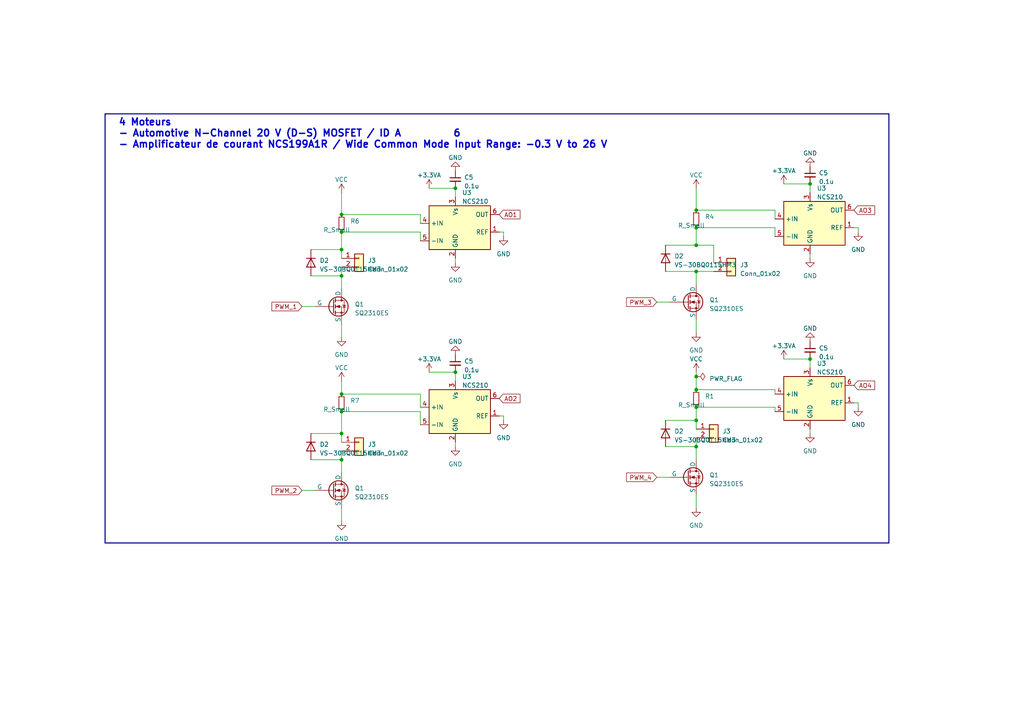
<source format=kicad_sch>
(kicad_sch (version 20230121) (generator eeschema)
  (paper "A4")
  (title_block (title "Les 4 Moteurs"))
  (lib_symbols
    (symbol "Amplifier_Current:NCS210"
      (property "Reference" "U" (at -7.62 8.89 0))
      (property "Value" "NCS210" (at 2.54 8.89 0))
      (symbol "NCS210_0_1"
        (rectangle (start -7.62 7.62) (end 10.16 -5.08) (stroke (width 0.254)) (fill (type background)))
      )
      (symbol "NCS210_1_1"
        (pin input line (at 12.7 0 180) (length 2.54) (name "REF") (number "1"))
        (pin power_in line (at 0 -7.62 90) (length 2.54) (name "GND") (number "2"))
        (pin power_in line (at 0 10.16 270) (length 2.54) (name "Vs") (number "3"))
        (pin input line (at -10.16 2.54 0) (length 2.54) (name "+IN") (number "4"))
        (pin input line (at -10.16 -2.54 0) (length 2.54) (name "-IN") (number "5"))
        (pin output line (at 12.7 5.08 180) (length 2.54) (name "OUT") (number "6"))
      )
    )
    (symbol "Connector_Generic:Conn_01x02" (pin_names (offset 1.016) hide)
      (property "Reference" "J" (at 0 2.54 0))
      (property "Value" "Conn_01x02" (at 0 -5.08 0))
      (symbol "Conn_01x02_1_1"
        (rectangle (start -1.27 -2.413) (end 0 -2.667) (stroke (width 0.1524)))
        (rectangle (start -1.27 0.127) (end 0 -0.127) (stroke (width 0.1524)))
        (rectangle (start -1.27 1.27) (end 1.27 -3.81) (stroke (width 0.254)) (fill (type background)))
        (pin passive line (at -5.08 0 0) (length 3.81) (name "Pin_1") (number "1"))
        (pin passive line (at -5.08 -2.54 0) (length 3.81) (name "Pin_2") (number "2"))
      )
    )
    (symbol "Device:C_Small" (pin_numbers hide) (pin_names (offset 0.254) hide)
      (property "Reference" "C" (at 0.254 1.778 0))
      (property "Value" "C_Small" (at 0.254 -2.032 0))
      (symbol "C_Small_0_1"
        (polyline (pts (xy -1.524 -0.508) (xy 1.524 -0.508)) (stroke (width 0.3302)))
        (polyline (pts (xy -1.524 0.508) (xy 1.524 0.508)) (stroke (width 0.3048)))
      )
      (symbol "C_Small_1_1"
        (pin passive line (at 0 2.54 270) (length 2.032) (name "~") (number "1"))
        (pin passive line (at 0 -2.54 90) (length 2.032) (name "~") (number "2"))
      )
    )
    (symbol "Device:R_Small" (pin_numbers hide) (pin_names (offset 0.254) hide)
      (property "Reference" "R" (at 0.762 0.508 0))
      (property "Value" "R_Small" (at 0.762 -1.016 0))
      (symbol "R_Small_0_1"
        (rectangle (start -0.762 1.778) (end 0.762 -1.778) (stroke (width 0.2032)))
      )
      (symbol "R_Small_1_1"
        (pin passive line (at 0 2.54 270) (length 0.762) (name "~") (number "1"))
        (pin passive line (at 0 -2.54 90) (length 0.762) (name "~") (number "2"))
      )
    )
    (symbol "Diode:1N5400" (pin_numbers hide) (pin_names hide)
      (property "Reference" "D" (at 0 2.54 0))
      (property "Value" "1N5400" (at 0 -2.54 0))
      (symbol "1N5400_0_1"
        (polyline (pts (xy -1.27 1.27) (xy -1.27 -1.27)) (stroke (width 0.254)))
        (polyline (pts (xy 1.27 0) (xy -1.27 0)))
        (polyline (pts (xy 1.27 1.27) (xy 1.27 -1.27) (xy -1.27 0) (xy 1.27 1.27)) (stroke (width 0.254)))
      )
      (symbol "1N5400_1_1"
        (pin passive line (at -3.81 0 0) (length 2.54) (name "K") (number "1"))
        (pin passive line (at 3.81 0 180) (length 2.54) (name "A") (number "2"))
      )
    )
    (symbol "Simulation_SPICE:NMOS" (pin_numbers hide) (pin_names (offset 0))
      (property "Reference" "Q" (at 5.08 1.27 0))
      (property "Value" "NMOS" (at 5.08 -1.27 0))
      (symbol "NMOS_0_1"
        (polyline (pts (xy 0.254 0) (xy -2.54 0)))
        (polyline (pts (xy 0.254 1.905) (xy 0.254 -1.905)) (stroke (width 0.254)))
        (polyline (pts (xy 0.762 -1.27) (xy 0.762 -2.286)) (stroke (width 0.254)))
        (polyline (pts (xy 0.762 0.508) (xy 0.762 -0.508)) (stroke (width 0.254)))
        (polyline (pts (xy 0.762 2.286) (xy 0.762 1.27)) (stroke (width 0.254)))
        (polyline (pts (xy 2.54 2.54) (xy 2.54 1.778)))
        (polyline (pts (xy 2.54 -2.54) (xy 2.54 0) (xy 0.762 0)))
        (polyline (pts (xy 0.762 -1.778) (xy 3.302 -1.778) (xy 3.302 1.778) (xy 0.762 1.778)))
        (polyline (pts (xy 1.016 0) (xy 2.032 0.381) (xy 2.032 -0.381) (xy 1.016 0)) (fill (type outline)))
        (polyline (pts (xy 2.794 0.508) (xy 2.921 0.381) (xy 3.683 0.381) (xy 3.81 0.254)))
        (polyline (pts (xy 3.302 0.381) (xy 2.921 -0.254) (xy 3.683 -0.254) (xy 3.302 0.381)))
        (circle (center 1.651 0) (radius 2.794) (stroke (width 0.254)))
        (circle (center 2.54 -1.778) (radius 0.254) (fill (type outline)))
        (circle (center 2.54 1.778) (radius 0.254) (fill (type outline)))
      )
      (symbol "NMOS_1_1"
        (pin passive line (at 2.54 5.08 270) (length 2.54) (name "D") (number "1"))
        (pin input line (at -5.08 0 0) (length 2.54) (name "G") (number "2"))
        (pin passive line (at 2.54 -5.08 90) (length 2.54) (name "S") (number "3"))
      )
    )
    (symbol "power:+3.3VA" (power) (pin_names (offset 0))
      (property "Value" "+3.3VA" (at 0 3.556 0))
      (symbol "+3.3VA_0_1"
        (polyline (pts (xy -0.762 1.27) (xy 0 2.54)))
        (polyline (pts (xy 0 0) (xy 0 2.54)))
        (polyline (pts (xy 0 2.54) (xy 0.762 1.27)))
      )
      (symbol "+3.3VA_1_1"
        (pin power_in line (at 0 0 90) (length 0) hide (name "+3.3VA") (number "1"))
      )
    )
    (symbol "power:GND" (power) (pin_names (offset 0))
      (property "Value" "GND" (at 0 -3.81 0))
      (symbol "GND_0_1"
        (polyline (pts (xy 0 0) (xy 0 -1.27) (xy 1.27 -1.27) (xy 0 -2.54) (xy -1.27 -1.27) (xy 0 -1.27)))
      )
      (symbol "GND_1_1"
        (pin power_in line (at 0 0 270) (length 0) hide (name "GND") (number "1"))
      )
    )
    (symbol "power:PWR_FLAG" (power) (pin_numbers hide) (pin_names (offset 0) hide)
      (property "Value" "PWR_FLAG" (at 0 3.81 0))
      (symbol "PWR_FLAG_0_0"
        (pin power_out line (at 0 0 90) (length 0) (name "pwr") (number "1"))
      )
      (symbol "PWR_FLAG_0_1"
        (polyline (pts (xy 0 0) (xy 0 1.27) (xy -1.016 1.905) (xy 0 2.54) (xy 1.016 1.905) (xy 0 1.27)))
      )
    )
    (symbol "power:VCC" (power) (pin_names (offset 0))
      (property "Value" "VCC" (at 0 3.81 0))
      (symbol "VCC_0_1"
        (polyline (pts (xy -0.762 1.27) (xy 0 2.54)))
        (polyline (pts (xy 0 0) (xy 0 2.54)))
        (polyline (pts (xy 0 2.54) (xy 0.762 1.27)))
      )
      (symbol "VCC_1_1"
        (pin power_in line (at 0 0 90) (length 0) hide (name "VCC") (number "1"))
      )
    )
  )
  (junction (at 201.93 71.12))
  (junction (at 201.93 118.11))
  (junction (at 99.06 72.39))
  (junction (at 99.06 119.38))
  (junction (at 234.95 53.34))
  (junction (at 99.06 62.23))
  (junction (at 99.06 133.35))
  (junction (at 201.93 129.54))
  (junction (at 132.08 54.61))
  (junction (at 99.06 80.01))
  (junction (at 201.93 109.22))
  (junction (at 201.93 78.74))
  (junction (at 201.93 113.03))
  (junction (at 201.93 121.92))
  (junction (at 132.08 107.95))
  (junction (at 99.06 114.3))
  (junction (at 201.93 60.96))
  (junction (at 234.95 104.14))
  (junction (at 201.93 66.04))
  (junction (at 99.06 125.73))
  (junction (at 99.06 67.31))
  (wire (pts (xy 224.79 113.03) (xy 224.79 114.3)))
  (wire (pts (xy 99.06 72.39) (xy 99.06 74.93)))
  (wire (pts (xy 90.17 72.39) (xy 99.06 72.39)))
  (wire (pts (xy 201.93 118.11) (xy 224.79 118.11)))
  (wire (pts (xy 99.06 110.49) (xy 99.06 114.3)))
  (wire (pts (xy 224.79 118.11) (xy 224.79 119.38)))
  (wire (pts (xy 190.5 87.63) (xy 194.31 87.63)))
  (wire (pts (xy 99.06 67.31) (xy 121.92 67.31)))
  (wire (pts (xy 201.93 66.04) (xy 201.93 71.12)))
  (wire (pts (xy 121.92 119.38) (xy 121.92 123.19)))
  (wire (pts (xy 247.65 66.04) (xy 248.92 66.04)))
  (wire (pts (xy 99.06 80.01) (xy 99.06 83.82)))
  (wire (pts (xy 201.93 54.61) (xy 201.93 60.96)))
  (wire (pts (xy 146.05 67.31) (xy 146.05 68.58)))
  (wire (pts (xy 99.06 55.88) (xy 99.06 62.23)))
  (wire (pts (xy 144.78 120.65) (xy 146.05 120.65)))
  (wire (pts (xy 201.93 78.74) (xy 201.93 82.55)))
  (wire (pts (xy 99.06 67.31) (xy 99.06 72.39)))
  (wire (pts (xy 99.06 119.38) (xy 121.92 119.38)))
  (wire (pts (xy 234.95 104.14) (xy 234.95 106.68)))
  (wire (pts (xy 227.33 53.34) (xy 234.95 53.34)))
  (wire (pts (xy 87.63 142.24) (xy 91.44 142.24)))
  (wire (pts (xy 201.93 66.04) (xy 224.79 66.04)))
  (wire (pts (xy 201.93 109.22) (xy 201.93 113.03)))
  (wire (pts (xy 99.06 133.35) (xy 90.17 133.35)))
  (wire (pts (xy 99.06 93.98) (xy 99.06 97.79)))
  (wire (pts (xy 201.93 143.51) (xy 201.93 147.32)))
  (wire (pts (xy 99.06 147.32) (xy 99.06 151.13)))
  (wire (pts (xy 121.92 62.23) (xy 121.92 64.77)))
  (wire (pts (xy 234.95 124.46) (xy 234.95 125.73)))
  (wire (pts (xy 201.93 113.03) (xy 224.79 113.03)))
  (wire (pts (xy 207.01 71.12) (xy 207.01 76.2)))
  (wire (pts (xy 247.65 116.84) (xy 248.92 116.84)))
  (wire (pts (xy 193.04 121.92) (xy 201.93 121.92)))
  (wire (pts (xy 201.93 107.95) (xy 201.93 109.22)))
  (wire (pts (xy 121.92 114.3) (xy 121.92 118.11)))
  (wire (pts (xy 234.95 53.34) (xy 234.95 55.88)))
  (bus (pts (xy 257.81 33.02) (xy 257.81 157.48)))
  (wire (pts (xy 207.01 71.12) (xy 201.93 71.12)))
  (wire (pts (xy 227.33 104.14) (xy 234.95 104.14)))
  (wire (pts (xy 190.5 138.43) (xy 194.31 138.43)))
  (wire (pts (xy 124.46 54.61) (xy 132.08 54.61)))
  (wire (pts (xy 146.05 120.65) (xy 146.05 121.92)))
  (wire (pts (xy 99.06 130.81) (xy 99.06 133.35)))
  (wire (pts (xy 132.08 74.93) (xy 132.08 76.2)))
  (wire (pts (xy 90.17 125.73) (xy 99.06 125.73)))
  (wire (pts (xy 99.06 125.73) (xy 99.06 128.27)))
  (wire (pts (xy 201.93 78.74) (xy 193.04 78.74)))
  (wire (pts (xy 144.78 67.31) (xy 146.05 67.31)))
  (wire (pts (xy 87.63 88.9) (xy 91.44 88.9)))
  (wire (pts (xy 99.06 77.47) (xy 99.06 80.01)))
  (wire (pts (xy 99.06 119.38) (xy 99.06 125.73)))
  (wire (pts (xy 132.08 128.27) (xy 132.08 129.54)))
  (wire (pts (xy 99.06 80.01) (xy 90.17 80.01)))
  (bus (pts (xy 257.81 157.48) (xy 30.48 157.48)))
  (wire (pts (xy 124.46 107.95) (xy 132.08 107.95)))
  (wire (pts (xy 99.06 62.23) (xy 121.92 62.23)))
  (wire (pts (xy 201.93 129.54) (xy 201.93 133.35)))
  (wire (pts (xy 121.92 67.31) (xy 121.92 69.85)))
  (wire (pts (xy 224.79 66.04) (xy 224.79 68.58)))
  (wire (pts (xy 201.93 121.92) (xy 201.93 124.46)))
  (wire (pts (xy 99.06 133.35) (xy 99.06 137.16)))
  (wire (pts (xy 207.01 78.74) (xy 201.93 78.74)))
  (wire (pts (xy 201.93 129.54) (xy 193.04 129.54)))
  (wire (pts (xy 201.93 92.71) (xy 201.93 96.52)))
  (bus (pts (xy 30.48 33.02) (xy 257.81 33.02)))
  (wire (pts (xy 132.08 107.95) (xy 132.08 110.49)))
  (wire (pts (xy 201.93 60.96) (xy 224.79 60.96)))
  (wire (pts (xy 224.79 60.96) (xy 224.79 63.5)))
  (wire (pts (xy 248.92 116.84) (xy 248.92 118.11)))
  (wire (pts (xy 132.08 54.61) (xy 132.08 57.15)))
  (bus (pts (xy 30.48 157.48) (xy 30.48 33.02)))
  (wire (pts (xy 201.93 127) (xy 201.93 129.54)))
  (wire (pts (xy 201.93 118.11) (xy 201.93 121.92)))
  (wire (pts (xy 193.04 71.12) (xy 201.93 71.12)))
  (wire (pts (xy 234.95 73.66) (xy 234.95 74.93)))
  (wire (pts (xy 248.92 66.04) (xy 248.92 67.31)))
  (wire (pts (xy 99.06 114.3) (xy 121.92 114.3)))
  (text "4 Moteurs\n- Automotive N-Channel 20 V (D-S) MOSFET / ID A	 6\n- Amplificateur de courant NCS199A1R / Wide Common Mode Input Range: −0.3 V to 26 V" (at 34.29 43.18 0) (effects (font (size 2 2) (thickness 0.4) bold) (justify left bottom)))
  (global_label "PWM_4" (shape input) (at 190.5 138.43 180) (property "Intersheetrefs" "${INTERSHEET_REFS}" (effects hide)))
  (global_label "AO2" (shape input) (at 144.78 115.57 0) (property "Intersheetrefs" "${INTERSHEET_REFS}" (effects hide)))
  (global_label "PWM_2" (shape input) (at 87.63 142.24 180) (property "Intersheetrefs" "${INTERSHEET_REFS}" (effects hide)))
  (global_label "AO1" (shape input) (at 144.78 62.23 0) (property "Intersheetrefs" "${INTERSHEET_REFS}" (effects hide)))
  (global_label "PWM_3" (shape input) (at 190.5 87.63 180) (property "Intersheetrefs" "${INTERSHEET_REFS}" (effects hide)))
  (global_label "AO4" (shape input) (at 247.65 111.76 0) (property "Intersheetrefs" "${INTERSHEET_REFS}" (effects hide)))
  (global_label "AO3" (shape input) (at 247.65 60.96 0) (property "Intersheetrefs" "${INTERSHEET_REFS}" (effects hide)))
  (global_label "PWM_1" (shape input) (at 87.63 88.9 180) (property "Intersheetrefs" "${INTERSHEET_REFS}" (effects hide)))
  (symbol (lib_id "Device:R_Small") (at 201.93 63.5 0) (unit 1)
    (property "Reference" "R4" (at 204.47 62.865 0) (effects (justify left)))
    (property "Value" "R_Small" (at 204.47 65.405 0) (effects (justify right)))
    (property "Footprint" "Resistor_SMD:R_0603_1608Metric_Pad0.98x0.95mm_HandSolder" (effects hide))
  )
  (symbol (lib_id "Device:C_Small") (at 234.95 50.8 0) (unit 1)
    (property "Reference" "C5" (at 237.49 50.1713 0) (effects (justify left)))
    (property "Value" "0.1u" (at 237.49 52.7113 0) (effects (justify left)))
    (property "Footprint" "Capacitor_SMD:C_0603_1608Metric_Pad1.08x0.95mm_HandSolder" (effects hide))
    (instances (project "PCBschematic" (path "" (reference "C5") (unit 1)) (path "" (reference "C9") (unit 1))))
  )
  (symbol (lib_id "Diode:1N5400") (at 193.04 74.93 270) (unit 1)
    (property "Reference" "D2" (at 195.58 74.295 90) (effects (justify left)))
    (property "Value" "VS-30BQ0115HM3" (at 195.58 76.835 90) (effects (justify left)))
    (property "Footprint" "mesempreintes:DiodeVS-30BQ015HM3" (effects hide))
    (property "Datasheet" "http://www.vishay.com/docs/88516/1n5400.pdf" (effects hide))
    (property "Sim.Device" "D" (effects hide))
    (property "Sim.Pins" "1=K 2=A" (effects hide))
    (instances (project "PCBschematic" (path "" (reference "D2") (unit 1)) (path "" (reference "D6") (unit 1))))
  )
  (symbol (lib_id "Diode:1N5400") (at 90.17 76.2 270) (unit 1)
    (property "Reference" "D2" (at 92.71 75.565 90) (effects (justify left)))
    (property "Value" "VS-30BQ0115HM3" (at 92.71 78.105 90) (effects (justify left)))
    (property "Footprint" "mesempreintes:DiodeVS-30BQ015HM3" (effects hide))
    (property "Datasheet" "http://www.vishay.com/docs/88516/1n5400.pdf" (effects hide))
    (property "Sim.Device" "D" (effects hide))
    (property "Sim.Pins" "1=K 2=A" (effects hide))
    (instances (project "PCBschematic" (path "" (reference "D2") (unit 1)) (path "" (reference "D1") (unit 1))))
  )
  (symbol (lib_id "Simulation_SPICE:NMOS") (at 199.39 138.43 0) (unit 1)
    (property "Reference" "Q1" (at 205.74 137.795 0) (effects (justify left)))
    (property "Value" "SQ2310ES" (at 205.74 140.335 0) (effects (justify left)))
    (property "Footprint" "Package_TO_SOT_SMD:SOT-23" (effects hide))
    (property "Datasheet" "https://ngspice.sourceforge.io/docs/ngspice-manual.pdf" (effects hide))
    (property "Sim.Device" "NMOS" (effects hide))
    (property "Sim.Type" "VDMOS" (effects hide))
    (property "Sim.Pins" "1=D 2=G 3=S" (effects hide))
    (instances (project "PCBschematic" (path "" (reference "Q1") (unit 1)) (path "" (reference "Q4") (unit 1))))
  )
  (symbol (lib_id "Amplifier_Current:NCS210") (at 234.95 116.84 0) (unit 1)
    (property "Reference" "U3" (at 236.9059 105.41 0) (effects (justify left)))
    (property "Value" "NCS210" (at 236.9059 107.95 0) (effects (justify left)))
    (property "Footprint" "footprints:SC70-6_ONS" (effects hide))
    (property "Datasheet" "https://www.onsemi.com/pub/Collateral/NCS210R-D.PDF" (effects hide))
    (instances (project "PCBschematic" (path "" (reference "U3") (unit 1)) (path "" (reference "U5") (unit 1))))
  )
  (symbol (lib_id "power:GND") (at 201.93 147.32 0) (unit 1)
    (property "Reference" "#PWR02" (effects hide))
    (property "Value" "GND" (at 201.93 152.4 0))
    (instances (project "PCBschematic" (path "" (reference "#PWR02") (unit 1)) (path "" (reference "#PWR040") (unit 1))))
  )
  (symbol (lib_id "Diode:1N5400") (at 90.17 129.54 270) (unit 1)
    (property "Reference" "D2" (at 92.71 128.905 90) (effects (justify left)))
    (property "Value" "VS-30BQ0115HM3" (at 92.71 131.445 90) (effects (justify left)))
    (property "Footprint" "mesempreintes:DiodeVS-30BQ015HM3" (effects hide))
    (property "Datasheet" "http://www.vishay.com/docs/88516/1n5400.pdf" (effects hide))
    (property "Sim.Device" "D" (effects hide))
    (property "Sim.Pins" "1=K 2=A" (effects hide))
    (instances (project "PCBschematic" (path "" (reference "D2") (unit 1)) (path "" (reference "D5") (unit 1))))
  )
  (symbol (lib_id "Device:R_Small") (at 99.06 116.84 0) (unit 1)
    (property "Reference" "R7" (at 101.6 116.205 0) (effects (justify left)))
    (property "Value" "R_Small" (at 101.6 118.745 0) (effects (justify right)))
    (property "Footprint" "Resistor_SMD:R_0603_1608Metric_Pad0.98x0.95mm_HandSolder" (effects hide))
  )
  (symbol (lib_id "Connector_Generic:Conn_01x02") (at 212.09 76.2 0) (unit 1)
    (property "Reference" "J3" (at 214.63 76.835 0) (effects (justify left)))
    (property "Value" "Conn_01x02" (at 214.63 79.375 0) (effects (justify left)))
    (property "Footprint" "Connector_JST:JST_XH_B2B-XH-A_1x02_P2.50mm_Vertical" (effects hide))
    (instances (project "PCBschematic" (path "" (reference "J3") (unit 1)) (path "" (reference "J6") (unit 1))))
  )
  (symbol (lib_id "Amplifier_Current:NCS210") (at 234.95 66.04 0) (unit 1)
    (property "Reference" "U3" (at 236.9059 54.61 0) (effects (justify left)))
    (property "Value" "NCS210" (at 236.9059 57.15 0) (effects (justify left)))
    (property "Footprint" "footprints:SC70-6_ONS" (effects hide))
    (property "Datasheet" "https://www.onsemi.com/pub/Collateral/NCS210R-D.PDF" (effects hide))
    (instances (project "PCBschematic" (path "" (reference "U3") (unit 1)) (path "" (reference "U4") (unit 1))))
  )
  (symbol (lib_id "power:GND") (at 234.95 48.26 180) (unit 1)
    (property "Reference" "#PWR036" (effects hide))
    (property "Value" "GND" (at 234.95 44.45 0))
  )
  (symbol (lib_id "power:GND") (at 234.95 74.93 0) (unit 1)
    (property "Reference" "#PWR04" (effects hide))
    (property "Value" "GND" (at 234.95 80.01 0))
    (instances (project "PCBschematic" (path "" (reference "#PWR04") (unit 1)) (path "" (reference "#PWR037") (unit 1))))
  )
  (symbol (lib_id "Device:C_Small") (at 234.95 101.6 0) (unit 1)
    (property "Reference" "C5" (at 237.49 100.9713 0) (effects (justify left)))
    (property "Value" "0.1u" (at 237.49 103.5113 0) (effects (justify left)))
    (property "Footprint" "Capacitor_SMD:C_0603_1608Metric_Pad1.08x0.95mm_HandSolder" (effects hide))
    (instances (project "PCBschematic" (path "" (reference "C5") (unit 1)) (path "" (reference "C10") (unit 1))))
  )
  (symbol (lib_id "Simulation_SPICE:NMOS") (at 96.52 142.24 0) (unit 1)
    (property "Reference" "Q1" (at 102.87 141.605 0) (effects (justify left)))
    (property "Value" "SQ2310ES" (at 102.87 144.145 0) (effects (justify left)))
    (property "Footprint" "Package_TO_SOT_SMD:SOT-23" (effects hide))
    (property "Datasheet" "https://ngspice.sourceforge.io/docs/ngspice-manual.pdf" (effects hide))
    (property "Sim.Device" "NMOS" (effects hide))
    (property "Sim.Type" "VDMOS" (effects hide))
    (property "Sim.Pins" "1=D 2=G 3=S" (effects hide))
    (instances (project "PCBschematic" (path "" (reference "Q1") (unit 1)) (path "" (reference "Q2") (unit 1))))
  )
  (symbol (lib_id "Amplifier_Current:NCS210") (at 132.08 67.31 0) (unit 1)
    (property "Reference" "U3" (at 134.0359 55.88 0) (effects (justify left)))
    (property "Value" "NCS210" (at 134.0359 58.42 0) (effects (justify left)))
    (property "Footprint" "footprints:SC70-6_ONS" (effects hide))
    (property "Datasheet" "https://www.onsemi.com/pub/Collateral/NCS210R-D.PDF" (effects hide))
    (instances (project "PCBschematic" (path "" (reference "U3") (unit 1)) (path "" (reference "U2") (unit 1))))
  )
  (symbol (lib_id "Device:R_Small") (at 201.93 115.57 0) (unit 1)
    (property "Reference" "R1" (at 204.47 114.935 0) (effects (justify left)))
    (property "Value" "R_Small" (at 204.47 117.475 0) (effects (justify right)))
    (property "Footprint" "Resistor_SMD:R_0603_1608Metric_Pad0.98x0.95mm_HandSolder" (effects hide))
  )
  (symbol (lib_id "power:GND") (at 132.08 76.2 0) (unit 1)
    (property "Reference" "#PWR04" (effects hide))
    (property "Value" "GND" (at 132.08 81.28 0))
  )
  (symbol (lib_id "Device:C_Small") (at 132.08 105.41 0) (unit 1)
    (property "Reference" "C5" (at 134.62 104.7813 0) (effects (justify left)))
    (property "Value" "0.1u" (at 134.62 107.3213 0) (effects (justify left)))
    (property "Footprint" "Capacitor_SMD:C_0603_1608Metric_Pad1.08x0.95mm_HandSolder" (effects hide))
    (instances (project "PCBschematic" (path "" (reference "C5") (unit 1)) (path "" (reference "C8") (unit 1))))
  )
  (symbol (lib_id "power:GND") (at 146.05 121.92 0) (unit 1)
    (property "Reference" "#PWR04" (effects hide))
    (property "Value" "GND" (at 146.05 127 0))
    (instances (project "PCBschematic" (path "" (reference "#PWR04") (unit 1)) (path "" (reference "#PWR044") (unit 1))))
  )
  (symbol (lib_id "power:+3.3VA") (at 124.46 54.61 0) (unit 1)
    (property "Reference" "#PWR025" (effects hide))
    (property "Value" "+3.3VA" (at 124.46 50.8 0))
  )
  (symbol (lib_id "power:+3.3VA") (at 227.33 104.14 0) (unit 1)
    (property "Reference" "#PWR035" (effects hide))
    (property "Value" "+3.3VA" (at 227.33 100.33 0))
  )
  (symbol (lib_id "power:GND") (at 132.08 102.87 180) (unit 1)
    (property "Reference" "#PWR030" (effects hide))
    (property "Value" "GND" (at 132.08 99.06 0))
  )
  (symbol (lib_id "power:VCC") (at 201.93 54.61 0) (unit 1)
    (property "Reference" "#PWR03" (effects hide))
    (property "Value" "VCC" (at 201.93 50.8 0))
    (instances (project "PCBschematic" (path "" (reference "#PWR03") (unit 1)) (path "" (reference "#PWR033") (unit 1))))
  )
  (symbol (lib_id "power:GND") (at 248.92 67.31 0) (unit 1)
    (property "Reference" "#PWR04" (effects hide))
    (property "Value" "GND" (at 248.92 72.39 0))
    (instances (project "PCBschematic" (path "" (reference "#PWR04") (unit 1)) (path "" (reference "#PWR032") (unit 1))))
  )
  (symbol (lib_id "Connector_Generic:Conn_01x02") (at 207.01 124.46 0) (unit 1)
    (property "Reference" "J3" (at 209.55 125.095 0) (effects (justify left)))
    (property "Value" "Conn_01x02" (at 209.55 127.635 0) (effects (justify left)))
    (property "Footprint" "Connector_JST:JST_XH_B2B-XH-A_1x02_P2.50mm_Vertical" (effects hide))
    (instances (project "PCBschematic" (path "" (reference "J3") (unit 1)) (path "" (reference "J7") (unit 1))))
  )
  (symbol (lib_id "Connector_Generic:Conn_01x02") (at 104.14 74.93 0) (unit 1)
    (property "Reference" "J3" (at 106.68 75.565 0) (effects (justify left)))
    (property "Value" "Conn_01x02" (at 106.68 78.105 0) (effects (justify left)))
    (property "Footprint" "Connector_JST:JST_XH_B2B-XH-A_1x02_P2.50mm_Vertical" (effects hide))
  )
  (symbol (lib_id "Simulation_SPICE:NMOS") (at 96.52 88.9 0) (unit 1)
    (property "Reference" "Q1" (at 102.87 88.265 0) (effects (justify left)))
    (property "Value" "SQ2310ES" (at 102.87 90.805 0) (effects (justify left)))
    (property "Footprint" "Package_TO_SOT_SMD:SOT-23" (effects hide))
    (property "Datasheet" "https://ngspice.sourceforge.io/docs/ngspice-manual.pdf" (effects hide))
    (property "Sim.Device" "NMOS" (effects hide))
    (property "Sim.Type" "VDMOS" (effects hide))
    (property "Sim.Pins" "1=D 2=G 3=S" (effects hide))
  )
  (symbol (lib_id "power:GND") (at 132.08 129.54 0) (unit 1)
    (property "Reference" "#PWR04" (effects hide))
    (property "Value" "GND" (at 132.08 134.62 0))
    (instances (project "PCBschematic" (path "" (reference "#PWR04") (unit 1)) (path "" (reference "#PWR031") (unit 1))))
  )
  (symbol (lib_id "Simulation_SPICE:NMOS") (at 199.39 87.63 0) (unit 1)
    (property "Reference" "Q1" (at 205.74 86.995 0) (effects (justify left)))
    (property "Value" "SQ2310ES" (at 205.74 89.535 0) (effects (justify left)))
    (property "Footprint" "Package_TO_SOT_SMD:SOT-23" (effects hide))
    (property "Datasheet" "https://ngspice.sourceforge.io/docs/ngspice-manual.pdf" (effects hide))
    (property "Sim.Device" "NMOS" (effects hide))
    (property "Sim.Type" "VDMOS" (effects hide))
    (property "Sim.Pins" "1=D 2=G 3=S" (effects hide))
    (instances (project "PCBschematic" (path "" (reference "Q1") (unit 1)) (path "" (reference "Q3") (unit 1))))
  )
  (symbol (lib_id "Device:C_Small") (at 132.08 52.07 0) (unit 1)
    (property "Reference" "C5" (at 134.62 51.4413 0) (effects (justify left)))
    (property "Value" "0.1u" (at 134.62 53.9813 0) (effects (justify left)))
    (property "Footprint" "Capacitor_SMD:C_0603_1608Metric_Pad1.08x0.95mm_HandSolder" (effects hide))
    (instances (project "PCBschematic" (path "" (reference "C5") (unit 1)) (path "" (reference "C7") (unit 1))))
  )
  (symbol (lib_id "power:PWR_FLAG") (at 201.93 109.22 270) (unit 1)
    (property "Reference" "#FLG02" (effects hide))
    (property "Value" "PWR_FLAG" (at 205.74 109.855 90) (effects (justify left)))
    (instances (project "PCBschematic" (path "" (reference "#FLG02") (unit 1)) (path "" (reference "#FLG03") (unit 1))))
  )
  (symbol (lib_id "power:GND") (at 99.06 97.79 0) (unit 1)
    (property "Reference" "#PWR02" (effects hide))
    (property "Value" "GND" (at 99.06 102.87 0))
    (instances (project "PCBschematic" (path "" (reference "#PWR02") (unit 1)) (path "" (reference "#PWR03") (unit 1))))
  )
  (symbol (lib_id "power:+3.3VA") (at 227.33 53.34 0) (unit 1)
    (property "Reference" "#PWR041" (effects hide))
    (property "Value" "+3.3VA" (at 227.33 49.53 0))
  )
  (symbol (lib_id "Amplifier_Current:NCS210") (at 132.08 120.65 0) (unit 1)
    (property "Reference" "U3" (at 134.0359 109.22 0) (effects (justify left)))
    (property "Value" "NCS210" (at 134.0359 111.76 0) (effects (justify left)))
    (property "Footprint" "footprints:SC70-6_ONS" (effects hide))
    (property "Datasheet" "https://www.onsemi.com/pub/Collateral/NCS210R-D.PDF" (effects hide))
  )
  (symbol (lib_id "power:GND") (at 99.06 151.13 0) (unit 1)
    (property "Reference" "#PWR02" (effects hide))
    (property "Value" "GND" (at 99.06 156.21 0))
    (instances (project "PCBschematic" (path "" (reference "#PWR02") (unit 1)) (path "" (reference "#PWR028") (unit 1))))
  )
  (symbol (lib_id "power:+3.3VA") (at 124.46 107.95 0) (unit 1)
    (property "Reference" "#PWR029" (effects hide))
    (property "Value" "+3.3VA" (at 124.46 104.14 0))
  )
  (symbol (lib_id "Connector_Generic:Conn_01x02") (at 104.14 128.27 0) (unit 1)
    (property "Reference" "J3" (at 106.68 128.905 0) (effects (justify left)))
    (property "Value" "Conn_01x02" (at 106.68 131.445 0) (effects (justify left)))
    (property "Footprint" "Connector_JST:JST_XH_B2B-XH-A_1x02_P2.50mm_Vertical" (effects hide))
    (instances (project "PCBschematic" (path "" (reference "J3") (unit 1)) (path "" (reference "J5") (unit 1))))
  )
  (symbol (lib_id "power:VCC") (at 99.06 55.88 0) (unit 1)
    (property "Reference" "#PWR03" (effects hide))
    (property "Value" "VCC" (at 99.06 52.07 0))
    (instances (project "PCBschematic" (path "" (reference "#PWR03") (unit 1)) (path "" (reference "#PWR02") (unit 1))))
  )
  (symbol (lib_id "power:GND") (at 132.08 49.53 180) (unit 1)
    (property "Reference" "#PWR024" (effects hide))
    (property "Value" "GND" (at 132.08 45.72 0))
  )
  (symbol (lib_id "power:GND") (at 146.05 68.58 0) (unit 1)
    (property "Reference" "#PWR04" (effects hide))
    (property "Value" "GND" (at 146.05 73.66 0))
    (instances (project "PCBschematic" (path "" (reference "#PWR04") (unit 1)) (path "" (reference "#PWR038") (unit 1))))
  )
  (symbol (lib_id "power:GND") (at 201.93 96.52 0) (unit 1)
    (property "Reference" "#PWR02" (effects hide))
    (property "Value" "GND" (at 201.93 101.6 0))
    (instances (project "PCBschematic" (path "" (reference "#PWR02") (unit 1)) (path "" (reference "#PWR034") (unit 1))))
  )
  (symbol (lib_id "Diode:1N5400") (at 193.04 125.73 270) (unit 1)
    (property "Reference" "D2" (at 195.58 125.095 90) (effects (justify left)))
    (property "Value" "VS-30BQ0115HM3" (at 195.58 127.635 90) (effects (justify left)))
    (property "Footprint" "mesempreintes:DiodeVS-30BQ015HM3" (effects hide))
    (property "Datasheet" "http://www.vishay.com/docs/88516/1n5400.pdf" (effects hide))
    (property "Sim.Device" "D" (effects hide))
    (property "Sim.Pins" "1=K 2=A" (effects hide))
    (instances (project "PCBschematic" (path "" (reference "D2") (unit 1)) (path "" (reference "D7") (unit 1))))
  )
  (symbol (lib_id "power:VCC") (at 99.06 110.49 0) (unit 1)
    (property "Reference" "#PWR03" (effects hide))
    (property "Value" "VCC" (at 99.06 106.68 0))
    (instances (project "PCBschematic" (path "" (reference "#PWR03") (unit 1)) (path "" (reference "#PWR027") (unit 1))))
  )
  (symbol (lib_id "power:GND") (at 234.95 125.73 0) (unit 1)
    (property "Reference" "#PWR04" (effects hide))
    (property "Value" "GND" (at 234.95 130.81 0))
    (instances (project "PCBschematic" (path "" (reference "#PWR04") (unit 1)) (path "" (reference "#PWR043") (unit 1))))
  )
  (symbol (lib_id "Device:R_Small") (at 99.06 64.77 0) (unit 1)
    (property "Reference" "R6" (at 101.6 64.135 0) (effects (justify left)))
    (property "Value" "R_Small" (at 101.6 66.675 0) (effects (justify right)))
    (property "Footprint" "Resistor_SMD:R_0603_1608Metric_Pad0.98x0.95mm_HandSolder" (effects hide))
  )
  (symbol (lib_id "power:VCC") (at 201.93 107.95 0) (unit 1)
    (property "Reference" "#PWR03" (effects hide))
    (property "Value" "VCC" (at 201.93 104.14 0))
    (instances (project "PCBschematic" (path "" (reference "#PWR03") (unit 1)) (path "" (reference "#PWR039") (unit 1))))
  )
  (symbol (lib_id "power:GND") (at 248.92 118.11 0) (unit 1)
    (property "Reference" "#PWR04" (effects hide))
    (property "Value" "GND" (at 248.92 123.19 0))
    (instances (project "PCBschematic" (path "" (reference "#PWR04") (unit 1)) (path "" (reference "#PWR026") (unit 1))))
  )
  (symbol (lib_id "power:GND") (at 234.95 99.06 180) (unit 1)
    (property "Reference" "#PWR042" (effects hide))
    (property "Value" "GND" (at 234.95 95.25 0))
  )
)
</source>
